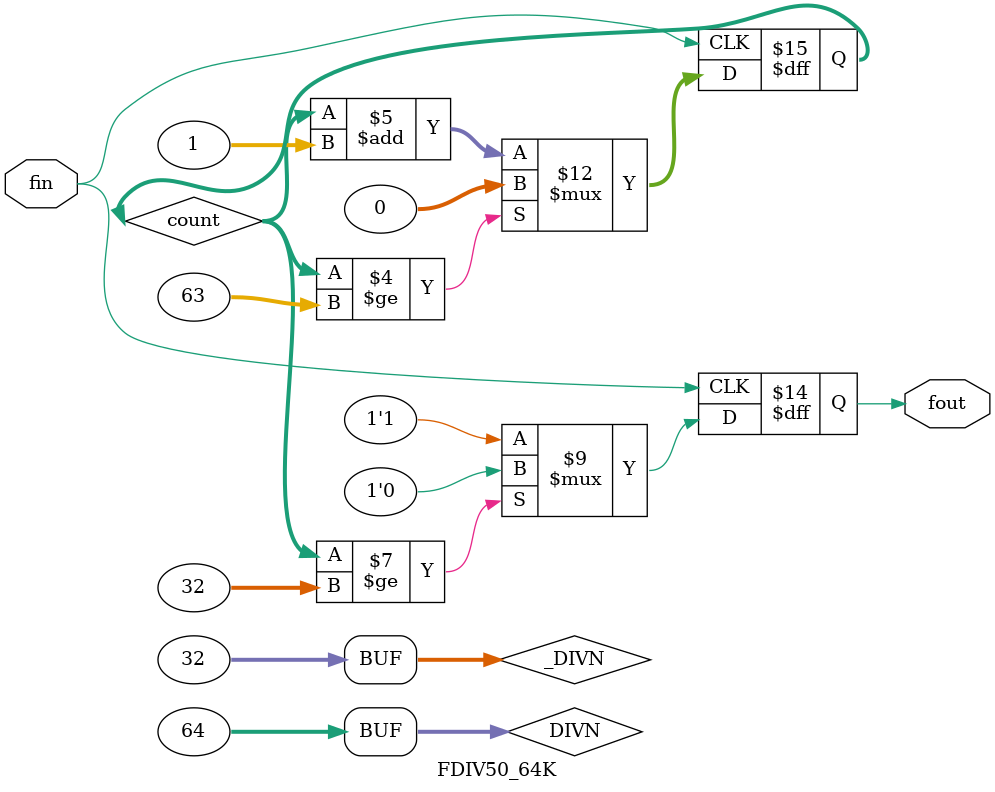
<source format=v>
module FDIV50_64K(fin,fout);
	input fin;
	output fout;
	wire [31:0] _DIVN,DIVN;
	reg [31:0] count;
	reg fout;
	
	assign DIVN=32'd64;	
	assign _DIVN = DIVN >>1;
	
	always @(posedge fin)
		if(count>=DIVN-32'd1) 
			count=0;
		else
			count = count +32'd1;
	always @ (negedge fin)
         if(count>=_DIVN)
				fout=1'd0;
			else
				fout=1'd1;
endmodule 
</source>
